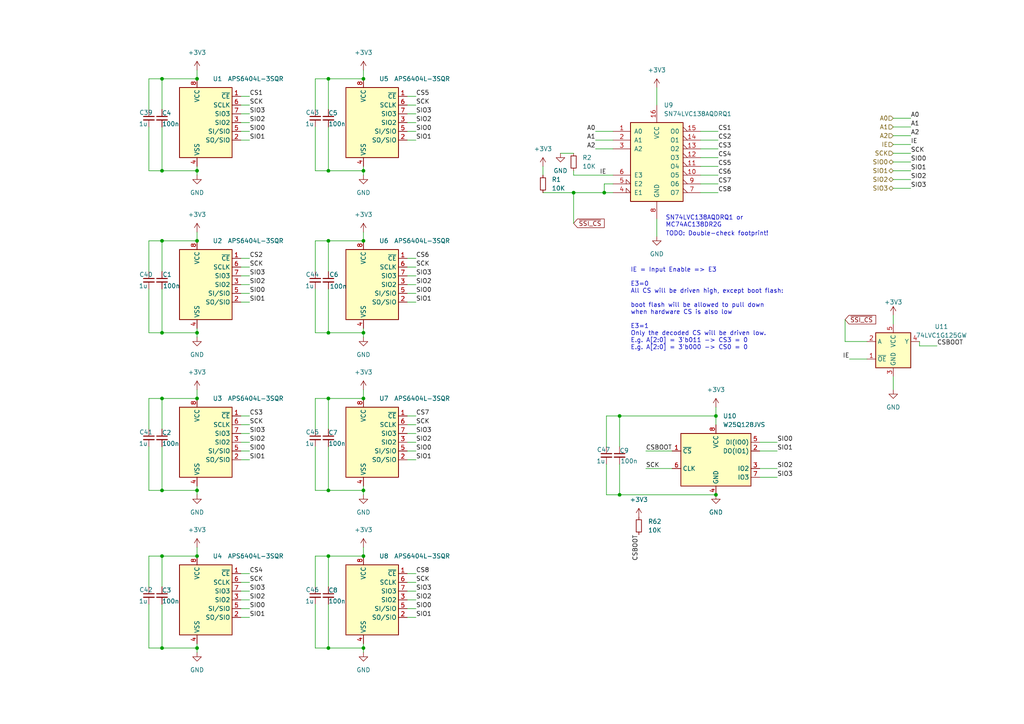
<source format=kicad_sch>
(kicad_sch (version 20211123) (generator eeschema)
  (paper "A4")
  (lib_symbols
    (symbol "74xGxx:NC7SZ125M5X"
      (property "Reference" "U" (at -5.08 6.35 0))
      (property "Value" "NC7SZ125M5X" (at 7.62 6.35 0))
      (symbol "NC7SZ125M5X_0_1"
        (rectangle (start -5.08 5.08) (end 5.08 -5.08) (stroke (width 0.254)) (fill (type background)))
      )
      (symbol "NC7SZ125M5X_1_1"
        (pin input line (at -7.62 -2.54 0) (length 2.54) (name "~{OE}") (number "1"))
        (pin input line (at -7.62 2.54 0) (length 2.54) (name "A") (number "2"))
        (pin power_in line (at 0 -7.62 90) (length 2.54) (name "GND") (number "3"))
        (pin output line (at 7.62 2.54 180) (length 2.54) (name "Y") (number "4"))
        (pin power_in line (at 0 7.62 270) (length 2.54) (name "VCC") (number "5"))
      )
    )
    (symbol "74xx:74LS138" (pin_names (offset 1.016))
      (property "Reference" "U" (at -7.62 11.43 0))
      (property "Value" "74LS138" (at -7.62 -13.97 0))
      (symbol "74LS138_1_0"
        (pin input line (at -12.7 7.62 0) (length 5.08) (name "A0") (number "1"))
        (pin output output_low (at 12.7 -5.08 180) (length 5.08) (name "O5") (number "10"))
        (pin output output_low (at 12.7 -2.54 180) (length 5.08) (name "O4") (number "11"))
        (pin output output_low (at 12.7 0 180) (length 5.08) (name "O3") (number "12"))
        (pin output output_low (at 12.7 2.54 180) (length 5.08) (name "O2") (number "13"))
        (pin output output_low (at 12.7 5.08 180) (length 5.08) (name "O1") (number "14"))
        (pin output output_low (at 12.7 7.62 180) (length 5.08) (name "O0") (number "15"))
        (pin power_in line (at 0 15.24 270) (length 5.08) (name "VCC") (number "16"))
        (pin input line (at -12.7 5.08 0) (length 5.08) (name "A1") (number "2"))
        (pin input line (at -12.7 2.54 0) (length 5.08) (name "A2") (number "3"))
        (pin input input_low (at -12.7 -10.16 0) (length 5.08) (name "E1") (number "4"))
        (pin input input_low (at -12.7 -7.62 0) (length 5.08) (name "E2") (number "5"))
        (pin input line (at -12.7 -5.08 0) (length 5.08) (name "E3") (number "6"))
        (pin output output_low (at 12.7 -10.16 180) (length 5.08) (name "O7") (number "7"))
        (pin power_in line (at 0 -17.78 90) (length 5.08) (name "GND") (number "8"))
        (pin output output_low (at 12.7 -7.62 180) (length 5.08) (name "O6") (number "9"))
      )
      (symbol "74LS138_1_1"
        (rectangle (start -7.62 10.16) (end 7.62 -12.7) (stroke (width 0.254)) (fill (type background)))
      )
    )
    (symbol "Device:C_Small" (pin_numbers hide) (pin_names (offset 0.254) hide)
      (property "Reference" "C" (at 0.254 1.778 0))
      (property "Value" "C_Small" (at 0.254 -2.032 0))
      (symbol "C_Small_0_1"
        (polyline (pts (xy -1.524 -0.508) (xy 1.524 -0.508)) (stroke (width 0.3302)))
        (polyline (pts (xy -1.524 0.508) (xy 1.524 0.508)) (stroke (width 0.3048)))
      )
      (symbol "C_Small_1_1"
        (pin passive line (at 0 2.54 270) (length 2.032) (name "~") (number "1"))
        (pin passive line (at 0 -2.54 90) (length 2.032) (name "~") (number "2"))
      )
    )
    (symbol "Device:R_Small" (pin_numbers hide) (pin_names (offset 0.254) hide)
      (property "Reference" "R" (at 0.762 0.508 0))
      (property "Value" "R_Small" (at 0.762 -1.016 0))
      (symbol "R_Small_0_1"
        (rectangle (start -0.762 1.778) (end 0.762 -1.778) (stroke (width 0.2032)))
      )
      (symbol "R_Small_1_1"
        (pin passive line (at 0 2.54 270) (length 0.762) (name "~") (number "1"))
        (pin passive line (at 0 -2.54 90) (length 0.762) (name "~") (number "2"))
      )
    )
    (symbol "Memory_Flash:W25Q128JVS"
      (property "Reference" "U" (at -8.89 8.89 0))
      (property "Value" "W25Q128JVS" (at 7.62 8.89 0))
      (symbol "W25Q128JVS_0_1"
        (rectangle (start -10.16 7.62) (end 10.16 -7.62) (stroke (width 0.254)) (fill (type background)))
      )
      (symbol "W25Q128JVS_1_1"
        (pin input line (at -12.7 2.54 0) (length 2.54) (name "~{CS}") (number "1"))
        (pin bidirectional line (at 12.7 2.54 180) (length 2.54) (name "DO(IO1)") (number "2"))
        (pin bidirectional line (at 12.7 -2.54 180) (length 2.54) (name "IO2") (number "3"))
        (pin power_in line (at 0 -10.16 90) (length 2.54) (name "GND") (number "4"))
        (pin bidirectional line (at 12.7 5.08 180) (length 2.54) (name "DI(IO0)") (number "5"))
        (pin input line (at -12.7 -2.54 0) (length 2.54) (name "CLK") (number "6"))
        (pin bidirectional line (at 12.7 -5.08 180) (length 2.54) (name "IO3") (number "7"))
        (pin power_in line (at 0 10.16 270) (length 2.54) (name "VCC") (number "8"))
      )
    )
    (symbol "Memory_RAM:ESP-PSRAM32"
      (property "Reference" "U" (at 3.81 11.43 0))
      (property "Value" "ESP-PSRAM32" (at -1.27 -11.43 0))
      (symbol "ESP-PSRAM32_0_1"
        (rectangle (start -7.62 10.16) (end 7.62 -10.16) (stroke (width 0.254)) (fill (type background)))
      )
      (symbol "ESP-PSRAM32_1_1"
        (pin input line (at 10.16 7.62 180) (length 2.54) (name "~{CE}") (number "1"))
        (pin output line (at 10.16 -5.08 180) (length 2.54) (name "SO/SIO") (number "2"))
        (pin bidirectional line (at 10.16 0 180) (length 2.54) (name "SIO2") (number "3"))
        (pin power_in line (at -2.54 -12.7 90) (length 2.54) (name "VSS") (number "4"))
        (pin input line (at 10.16 -2.54 180) (length 2.54) (name "SI/SIO") (number "5"))
        (pin output line (at 10.16 5.08 180) (length 2.54) (name "SCLK") (number "6"))
        (pin bidirectional line (at 10.16 2.54 180) (length 2.54) (name "SIO3") (number "7"))
        (pin power_in line (at -2.54 12.7 270) (length 2.54) (name "VCC") (number "8"))
      )
    )
    (symbol "power:+3V3" (power) (pin_names (offset 0))
      (property "Value" "+3V3" (at 0 3.556 0))
      (symbol "+3V3_0_1"
        (polyline (pts (xy -0.762 1.27) (xy 0 2.54)))
        (polyline (pts (xy 0 0) (xy 0 2.54)))
        (polyline (pts (xy 0 2.54) (xy 0.762 1.27)))
      )
      (symbol "+3V3_1_1"
        (pin power_in line (at 0 0 90) (length 0) hide (name "+3V3") (number "1"))
      )
    )
    (symbol "power:GND" (power) (pin_names (offset 0))
      (property "Value" "GND" (at 0 -3.81 0))
      (symbol "GND_0_1"
        (polyline (pts (xy 0 0) (xy 0 -1.27) (xy 1.27 -1.27) (xy 0 -2.54) (xy -1.27 -1.27) (xy 0 -1.27)))
      )
      (symbol "GND_1_1"
        (pin power_in line (at 0 0 270) (length 0) hide (name "GND") (number "1"))
      )
    )
  )
  (junction (at 57.15 161.29))
  (junction (at 95.25 142.24))
  (junction (at 57.15 115.57))
  (junction (at 105.41 22.86))
  (junction (at 179.705 120.65))
  (junction (at 46.99 187.96))
  (junction (at 57.15 142.24))
  (junction (at 46.99 142.24))
  (junction (at 57.15 22.86))
  (junction (at 46.99 49.53))
  (junction (at 95.25 49.53))
  (junction (at 95.25 187.96))
  (junction (at 175.26 55.88))
  (junction (at 46.99 69.85))
  (junction (at 46.99 161.29))
  (junction (at 57.15 187.96))
  (junction (at 105.41 142.24))
  (junction (at 95.25 115.57))
  (junction (at 57.15 96.52))
  (junction (at 105.41 161.29))
  (junction (at 105.41 96.52))
  (junction (at 95.25 22.86))
  (junction (at 57.15 49.53))
  (junction (at 105.41 187.96))
  (junction (at 105.41 115.57))
  (junction (at 179.705 143.51))
  (junction (at 95.25 69.85))
  (junction (at 46.99 115.57))
  (junction (at 207.645 143.51))
  (junction (at 95.25 96.52))
  (junction (at 46.99 22.86))
  (junction (at 105.41 69.85))
  (junction (at 105.41 49.53))
  (junction (at 95.25 161.29))
  (junction (at 46.99 96.52))
  (junction (at 166.37 55.88))
  (junction (at 207.645 120.65))
  (junction (at 57.15 69.85))
  (wire (pts (xy 105.41 96.52) (xy 105.41 97.79)))
  (wire (pts (xy 46.99 49.53) (xy 57.15 49.53)))
  (wire (pts (xy 118.11 171.45) (xy 120.65 171.45)))
  (wire (pts (xy 190.5 63.5) (xy 190.5 68.58)))
  (wire (pts (xy 259.08 91.44) (xy 259.08 93.98)))
  (wire (pts (xy 118.11 35.56) (xy 120.65 35.56)))
  (wire (pts (xy 118.11 166.37) (xy 120.65 166.37)))
  (wire (pts (xy 95.25 142.24) (xy 105.41 142.24)))
  (wire (pts (xy 46.99 129.54) (xy 46.99 142.24)))
  (wire (pts (xy 69.85 168.91) (xy 72.39 168.91)))
  (wire (pts (xy 69.85 123.19) (xy 72.39 123.19)))
  (wire (pts (xy 175.26 53.34) (xy 175.26 55.88)))
  (wire (pts (xy 203.2 40.64) (xy 208.28 40.64)))
  (wire (pts (xy 46.99 175.26) (xy 46.99 187.96)))
  (wire (pts (xy 187.325 135.89) (xy 194.945 135.89)))
  (wire (pts (xy 118.11 27.94) (xy 120.65 27.94)))
  (wire (pts (xy 220.345 135.89) (xy 225.425 135.89)))
  (wire (pts (xy 46.99 187.96) (xy 57.15 187.96)))
  (wire (pts (xy 95.25 96.52) (xy 91.44 96.52)))
  (wire (pts (xy 118.11 40.64) (xy 120.65 40.64)))
  (wire (pts (xy 69.85 87.63) (xy 72.39 87.63)))
  (wire (pts (xy 95.25 115.57) (xy 105.41 115.57)))
  (wire (pts (xy 57.15 67.31) (xy 57.15 69.85)))
  (wire (pts (xy 69.85 38.1) (xy 72.39 38.1)))
  (wire (pts (xy 118.11 38.1) (xy 120.65 38.1)))
  (wire (pts (xy 91.44 170.18) (xy 91.44 161.29)))
  (wire (pts (xy 266.7 99.06) (xy 266.7 100.33)))
  (wire (pts (xy 91.44 78.74) (xy 91.44 69.85)))
  (wire (pts (xy 91.44 96.52) (xy 91.44 83.82)))
  (wire (pts (xy 118.11 87.63) (xy 120.65 87.63)))
  (wire (pts (xy 69.85 173.99) (xy 72.39 173.99)))
  (wire (pts (xy 69.85 130.81) (xy 72.39 130.81)))
  (wire (pts (xy 259.08 41.91) (xy 264.16 41.91)))
  (wire (pts (xy 259.08 39.37) (xy 264.16 39.37)))
  (wire (pts (xy 95.25 161.29) (xy 105.41 161.29)))
  (wire (pts (xy 95.25 142.24) (xy 91.44 142.24)))
  (wire (pts (xy 46.99 161.29) (xy 57.15 161.29)))
  (wire (pts (xy 246.38 104.14) (xy 251.46 104.14)))
  (wire (pts (xy 220.345 128.27) (xy 225.425 128.27)))
  (wire (pts (xy 95.25 175.26) (xy 95.25 187.96)))
  (wire (pts (xy 259.08 46.99) (xy 264.16 46.99)))
  (wire (pts (xy 95.25 69.85) (xy 105.41 69.85)))
  (wire (pts (xy 118.11 130.81) (xy 120.65 130.81)))
  (wire (pts (xy 203.2 45.72) (xy 208.28 45.72)))
  (wire (pts (xy 43.18 22.86) (xy 46.99 22.86)))
  (wire (pts (xy 95.25 83.82) (xy 95.25 96.52)))
  (wire (pts (xy 95.25 49.53) (xy 91.44 49.53)))
  (wire (pts (xy 57.15 158.75) (xy 57.15 161.29)))
  (wire (pts (xy 166.37 55.88) (xy 175.26 55.88)))
  (wire (pts (xy 91.44 49.53) (xy 91.44 36.83)))
  (wire (pts (xy 207.645 120.65) (xy 179.705 120.65)))
  (wire (pts (xy 179.705 134.62) (xy 179.705 143.51)))
  (wire (pts (xy 175.26 55.88) (xy 177.8 55.88)))
  (wire (pts (xy 105.41 67.31) (xy 105.41 69.85)))
  (wire (pts (xy 245.11 99.06) (xy 251.46 99.06)))
  (wire (pts (xy 95.25 49.53) (xy 105.41 49.53)))
  (wire (pts (xy 95.25 96.52) (xy 105.41 96.52)))
  (wire (pts (xy 207.645 120.65) (xy 207.645 123.19)))
  (wire (pts (xy 259.08 34.29) (xy 264.16 34.29)))
  (wire (pts (xy 166.37 55.88) (xy 166.37 64.77)))
  (wire (pts (xy 118.11 120.65) (xy 120.65 120.65)))
  (wire (pts (xy 46.99 22.86) (xy 57.15 22.86)))
  (wire (pts (xy 46.99 115.57) (xy 57.15 115.57)))
  (wire (pts (xy 118.11 133.35) (xy 120.65 133.35)))
  (wire (pts (xy 118.11 128.27) (xy 120.65 128.27)))
  (wire (pts (xy 46.99 187.96) (xy 43.18 187.96)))
  (wire (pts (xy 95.25 170.18) (xy 95.25 161.29)))
  (wire (pts (xy 157.48 48.26) (xy 157.48 50.8)))
  (wire (pts (xy 69.85 133.35) (xy 72.39 133.35)))
  (wire (pts (xy 259.08 49.53) (xy 264.16 49.53)))
  (wire (pts (xy 172.72 43.18) (xy 177.8 43.18)))
  (wire (pts (xy 69.85 125.73) (xy 72.39 125.73)))
  (wire (pts (xy 105.41 158.75) (xy 105.41 161.29)))
  (wire (pts (xy 118.11 125.73) (xy 120.65 125.73)))
  (wire (pts (xy 175.26 53.34) (xy 177.8 53.34)))
  (wire (pts (xy 118.11 179.07) (xy 120.65 179.07)))
  (wire (pts (xy 91.44 69.85) (xy 95.25 69.85)))
  (wire (pts (xy 69.85 166.37) (xy 72.39 166.37)))
  (wire (pts (xy 105.41 49.53) (xy 105.41 50.8)))
  (wire (pts (xy 46.99 31.75) (xy 46.99 22.86)))
  (wire (pts (xy 69.85 128.27) (xy 72.39 128.27)))
  (wire (pts (xy 203.2 43.18) (xy 208.28 43.18)))
  (wire (pts (xy 105.41 187.96) (xy 105.41 189.23)))
  (wire (pts (xy 95.25 187.96) (xy 105.41 187.96)))
  (wire (pts (xy 95.25 187.96) (xy 91.44 187.96)))
  (wire (pts (xy 43.18 170.18) (xy 43.18 161.29)))
  (wire (pts (xy 157.48 55.88) (xy 166.37 55.88)))
  (wire (pts (xy 69.85 40.64) (xy 72.39 40.64)))
  (wire (pts (xy 69.85 85.09) (xy 72.39 85.09)))
  (wire (pts (xy 207.645 118.11) (xy 207.645 120.65)))
  (wire (pts (xy 162.56 44.45) (xy 166.37 44.45)))
  (wire (pts (xy 259.08 109.22) (xy 259.08 113.03)))
  (wire (pts (xy 118.11 82.55) (xy 120.65 82.55)))
  (wire (pts (xy 43.18 161.29) (xy 46.99 161.29)))
  (wire (pts (xy 46.99 124.46) (xy 46.99 115.57)))
  (wire (pts (xy 69.85 27.94) (xy 72.39 27.94)))
  (wire (pts (xy 259.08 52.07) (xy 264.16 52.07)))
  (wire (pts (xy 69.85 176.53) (xy 72.39 176.53)))
  (wire (pts (xy 118.11 85.09) (xy 120.65 85.09)))
  (wire (pts (xy 118.11 77.47) (xy 120.65 77.47)))
  (wire (pts (xy 57.15 186.69) (xy 57.15 187.96)))
  (wire (pts (xy 91.44 115.57) (xy 95.25 115.57)))
  (wire (pts (xy 105.41 186.69) (xy 105.41 187.96)))
  (wire (pts (xy 105.41 95.25) (xy 105.41 96.52)))
  (wire (pts (xy 105.41 140.97) (xy 105.41 142.24)))
  (wire (pts (xy 57.15 113.03) (xy 57.15 115.57)))
  (wire (pts (xy 46.99 49.53) (xy 43.18 49.53)))
  (wire (pts (xy 203.2 50.8) (xy 208.28 50.8)))
  (wire (pts (xy 105.41 20.32) (xy 105.41 22.86)))
  (wire (pts (xy 266.7 100.33) (xy 271.78 100.33)))
  (wire (pts (xy 91.44 142.24) (xy 91.44 129.54)))
  (wire (pts (xy 43.18 124.46) (xy 43.18 115.57)))
  (wire (pts (xy 118.11 176.53) (xy 120.65 176.53)))
  (wire (pts (xy 46.99 142.24) (xy 43.18 142.24)))
  (wire (pts (xy 95.25 124.46) (xy 95.25 115.57)))
  (wire (pts (xy 95.25 36.83) (xy 95.25 49.53)))
  (wire (pts (xy 57.15 48.26) (xy 57.15 49.53)))
  (wire (pts (xy 172.72 40.64) (xy 177.8 40.64)))
  (wire (pts (xy 43.18 115.57) (xy 46.99 115.57)))
  (wire (pts (xy 179.705 143.51) (xy 175.895 143.51)))
  (wire (pts (xy 118.11 123.19) (xy 120.65 123.19)))
  (wire (pts (xy 220.345 138.43) (xy 225.425 138.43)))
  (wire (pts (xy 69.85 30.48) (xy 72.39 30.48)))
  (wire (pts (xy 43.18 96.52) (xy 43.18 83.82)))
  (wire (pts (xy 46.99 78.74) (xy 46.99 69.85)))
  (wire (pts (xy 69.85 120.65) (xy 72.39 120.65)))
  (wire (pts (xy 46.99 36.83) (xy 46.99 49.53)))
  (wire (pts (xy 179.705 143.51) (xy 207.645 143.51)))
  (wire (pts (xy 57.15 187.96) (xy 57.15 189.23)))
  (wire (pts (xy 245.11 92.71) (xy 245.11 99.06)))
  (wire (pts (xy 105.41 142.24) (xy 105.41 143.51)))
  (wire (pts (xy 43.18 142.24) (xy 43.18 129.54)))
  (wire (pts (xy 203.2 53.34) (xy 208.28 53.34)))
  (wire (pts (xy 203.2 55.88) (xy 208.28 55.88)))
  (wire (pts (xy 91.44 22.86) (xy 95.25 22.86)))
  (wire (pts (xy 57.15 20.32) (xy 57.15 22.86)))
  (wire (pts (xy 118.11 33.02) (xy 120.65 33.02)))
  (wire (pts (xy 69.85 33.02) (xy 72.39 33.02)))
  (wire (pts (xy 46.99 142.24) (xy 57.15 142.24)))
  (wire (pts (xy 118.11 80.01) (xy 120.65 80.01)))
  (wire (pts (xy 259.08 36.83) (xy 264.16 36.83)))
  (wire (pts (xy 43.18 31.75) (xy 43.18 22.86)))
  (wire (pts (xy 57.15 49.53) (xy 57.15 50.8)))
  (wire (pts (xy 118.11 74.93) (xy 120.65 74.93)))
  (wire (pts (xy 46.99 96.52) (xy 43.18 96.52)))
  (wire (pts (xy 57.15 96.52) (xy 57.15 97.79)))
  (wire (pts (xy 46.99 69.85) (xy 57.15 69.85)))
  (wire (pts (xy 69.85 171.45) (xy 72.39 171.45)))
  (wire (pts (xy 57.15 140.97) (xy 57.15 142.24)))
  (wire (pts (xy 69.85 35.56) (xy 72.39 35.56)))
  (wire (pts (xy 95.25 22.86) (xy 105.41 22.86)))
  (wire (pts (xy 91.44 187.96) (xy 91.44 175.26)))
  (wire (pts (xy 57.15 142.24) (xy 57.15 143.51)))
  (wire (pts (xy 69.85 74.93) (xy 72.39 74.93)))
  (wire (pts (xy 43.18 49.53) (xy 43.18 36.83)))
  (wire (pts (xy 95.25 129.54) (xy 95.25 142.24)))
  (wire (pts (xy 95.25 31.75) (xy 95.25 22.86)))
  (wire (pts (xy 69.85 82.55) (xy 72.39 82.55)))
  (wire (pts (xy 91.44 161.29) (xy 95.25 161.29)))
  (wire (pts (xy 166.37 49.53) (xy 166.37 50.8)))
  (wire (pts (xy 91.44 31.75) (xy 91.44 22.86)))
  (wire (pts (xy 46.99 83.82) (xy 46.99 96.52)))
  (wire (pts (xy 69.85 77.47) (xy 72.39 77.47)))
  (wire (pts (xy 46.99 170.18) (xy 46.99 161.29)))
  (wire (pts (xy 91.44 124.46) (xy 91.44 115.57)))
  (wire (pts (xy 259.08 44.45) (xy 264.16 44.45)))
  (wire (pts (xy 166.37 50.8) (xy 177.8 50.8)))
  (wire (pts (xy 43.18 78.74) (xy 43.18 69.85)))
  (wire (pts (xy 69.85 179.07) (xy 72.39 179.07)))
  (wire (pts (xy 175.895 143.51) (xy 175.895 134.62)))
  (wire (pts (xy 118.11 30.48) (xy 120.65 30.48)))
  (wire (pts (xy 203.2 48.26) (xy 208.28 48.26)))
  (wire (pts (xy 69.85 80.01) (xy 72.39 80.01)))
  (wire (pts (xy 187.325 130.81) (xy 194.945 130.81)))
  (wire (pts (xy 175.895 120.65) (xy 179.705 120.65)))
  (wire (pts (xy 43.18 187.96) (xy 43.18 175.26)))
  (wire (pts (xy 259.08 54.61) (xy 264.16 54.61)))
  (wire (pts (xy 190.5 25.4) (xy 190.5 30.48)))
  (wire (pts (xy 220.345 130.81) (xy 225.425 130.81)))
  (wire (pts (xy 43.18 69.85) (xy 46.99 69.85)))
  (wire (pts (xy 118.11 168.91) (xy 120.65 168.91)))
  (wire (pts (xy 46.99 96.52) (xy 57.15 96.52)))
  (wire (pts (xy 105.41 113.03) (xy 105.41 115.57)))
  (wire (pts (xy 57.15 95.25) (xy 57.15 96.52)))
  (wire (pts (xy 118.11 173.99) (xy 120.65 173.99)))
  (wire (pts (xy 172.72 38.1) (xy 177.8 38.1)))
  (wire (pts (xy 179.705 120.65) (xy 179.705 129.54)))
  (wire (pts (xy 203.2 38.1) (xy 208.28 38.1)))
  (wire (pts (xy 95.25 78.74) (xy 95.25 69.85)))
  (wire (pts (xy 175.895 129.54) (xy 175.895 120.65)))
  (wire (pts (xy 105.41 48.26) (xy 105.41 49.53)))
  (text "TODO: Double-check footprint!" (at 193.04 68.58 0) (effects (font (size 1.27 1.27)) (justify left bottom)))
  (text "IE = Input Enable => E3\n\nE3=0\nAll CS will be driven high, except boot flash:\n\nboot flash will be allowed to pull down\nwhen hardware CS is also low\n\nE3=1\nOnly the decoded CS will be driven low.\nE.g. A[2:0] = 3'b011 -> CS3 = 0\nE.g. A[2:0] = 3'b000 -> CS0 = 0\n" (at 182.88 101.6 0) (effects (font (size 1.27 1.27)) (justify left bottom)))
  (text "SN74LVC138AQDRQ1 or\nMC74AC138DR2G" (at 193.04 66.04 0) (effects (font (size 1.27 1.27)) (justify left bottom)))
  (label "SIO2" (at 264.16 52.07 0))
  (label "IE" (at 246.38 104.14 180))
  (label "SIO3" (at 72.39 125.73 0))
  (label "CS1" (at 72.39 27.94 0))
  (label "SIO0" (at 120.65 38.1 0))
  (label "IE" (at 175.895 50.8 180))
  (label "SIO2" (at 120.65 128.27 0))
  (label "SIO2" (at 72.39 173.99 0))
  (label "CS7" (at 120.65 120.65 0))
  (label "A2" (at 172.72 43.18 180))
  (label "IE" (at 264.16 41.91 0))
  (label "SIO3" (at 120.65 171.45 0))
  (label "CSBOOT" (at 271.78 100.33 0))
  (label "CS1" (at 208.28 38.1 0))
  (label "SIO2" (at 72.39 82.55 0))
  (label "SIO0" (at 120.65 176.53 0))
  (label "SIO1" (at 120.65 179.07 0))
  (label "SCK" (at 72.39 30.48 0))
  (label "SIO1" (at 120.65 133.35 0))
  (label "A1" (at 172.72 40.64 180))
  (label "SIO0" (at 72.39 176.53 0))
  (label "CS6" (at 208.28 50.8 0))
  (label "SIO3" (at 72.39 80.01 0))
  (label "CS4" (at 72.39 166.37 0))
  (label "SIO3" (at 120.65 33.02 0))
  (label "SIO0" (at 72.39 130.81 0))
  (label "SIO1" (at 225.425 130.81 0))
  (label "SIO3" (at 120.65 80.01 0))
  (label "SIO3" (at 120.65 125.73 0))
  (label "SIO3" (at 264.16 54.61 0))
  (label "SIO2" (at 120.65 173.99 0))
  (label "SIO2" (at 120.65 82.55 0))
  (label "SCK" (at 72.39 168.91 0))
  (label "CS2" (at 208.28 40.64 0))
  (label "SIO0" (at 72.39 38.1 0))
  (label "SCK" (at 264.16 44.45 0))
  (label "CSBOOT" (at 187.325 130.81 0))
  (label "CS8" (at 208.28 55.88 0))
  (label "SIO2" (at 225.425 135.89 0))
  (label "CS5" (at 208.28 48.26 0))
  (label "SIO0" (at 72.39 85.09 0))
  (label "SIO0" (at 120.65 130.81 0))
  (label "A2" (at 264.16 39.37 0))
  (label "SIO1" (at 72.39 133.35 0))
  (label "SIO1" (at 72.39 87.63 0))
  (label "SIO1" (at 120.65 40.64 0))
  (label "SCK" (at 120.65 168.91 0))
  (label "CS4" (at 208.28 45.72 0))
  (label "SCK" (at 187.325 135.89 0))
  (label "CS3" (at 208.28 43.18 0))
  (label "SCK" (at 120.65 30.48 0))
  (label "A1" (at 264.16 36.83 0))
  (label "CSBOOT" (at 185.293 155.067 270))
  (label "A0" (at 172.72 38.1 180))
  (label "SIO2" (at 120.65 35.56 0))
  (label "SIO1" (at 72.39 179.07 0))
  (label "SIO0" (at 120.65 85.09 0))
  (label "CS7" (at 208.28 53.34 0))
  (label "SIO2" (at 72.39 128.27 0))
  (label "SIO0" (at 264.16 46.99 0))
  (label "SIO0" (at 225.425 128.27 0))
  (label "SCK" (at 120.65 123.19 0))
  (label "CS2" (at 72.39 74.93 0))
  (label "CS8" (at 120.65 166.37 0))
  (label "CS5" (at 120.65 27.94 0))
  (label "SIO2" (at 72.39 35.56 0))
  (label "SIO1" (at 72.39 40.64 0))
  (label "A0" (at 264.16 34.29 0))
  (label "CS6" (at 120.65 74.93 0))
  (label "SCK" (at 72.39 77.47 0))
  (label "CS3" (at 72.39 120.65 0))
  (label "SIO3" (at 72.39 171.45 0))
  (label "SIO1" (at 120.65 87.63 0))
  (label "SIO3" (at 225.425 138.43 0))
  (label "SCK" (at 120.65 77.47 0))
  (label "SCK" (at 72.39 123.19 0))
  (label "SIO3" (at 72.39 33.02 0))
  (label "SIO1" (at 264.16 49.53 0))
  (global_label "~{SSI_CS}" (shape input) (at 166.37 64.77 0) (property "Intersheet References" "${INTERSHEET_REFS}" (effects hide)))
  (global_label "~{SSI_CS}" (shape input) (at 245.11 92.71 0) (property "Intersheet References" "${INTERSHEET_REFS}" (effects hide)))
  (hierarchical_label "IE" (shape input) (at 259.08 41.91 180))
  (hierarchical_label "A2" (shape input) (at 259.08 39.37 180))
  (hierarchical_label "SIO3" (shape bidirectional) (at 259.08 54.61 180))
  (hierarchical_label "A0" (shape input) (at 259.08 34.29 180))
  (hierarchical_label "SIO2" (shape bidirectional) (at 259.08 52.07 180))
  (hierarchical_label "SIO0" (shape bidirectional) (at 259.08 46.99 180))
  (hierarchical_label "SIO1" (shape bidirectional) (at 259.08 49.53 180))
  (hierarchical_label "A1" (shape input) (at 259.08 36.83 180))
  (hierarchical_label "SCK" (shape input) (at 259.08 44.45 180))
  (symbol (lib_id "power:+3V3") (at 190.5 25.4 0) (unit 1)
    (property "Reference" "#PWR019" (effects hide))
    (property "Value" "+3V3" (at 190.5 20.32 0))
  )
  (symbol (lib_id "power:+3V3") (at 207.645 118.11 0) (unit 1)
    (property "Reference" "#PWR021" (effects hide))
    (property "Value" "+3V3" (at 207.645 113.03 0))
  )
  (symbol (lib_id "power:+3V3") (at 185.293 149.987 0) (unit 1)
    (property "Reference" "#PWR0106" (effects hide))
    (property "Value" "+3V3" (at 185.293 144.907 0))
  )
  (symbol (lib_id "power:GND") (at 57.15 143.51 0) (unit 1)
    (property "Reference" "#PWR04" (effects hide))
    (property "Value" "GND" (at 57.15 148.59 0))
  )
  (symbol (lib_id "Device:C_Small") (at 179.705 132.08 0) (unit 1)
    (property "Reference" "C9" (at 179.705 130.683 0) (effects (justify left)))
    (property "Value" "100n" (at 179.959 133.731 0) (effects (justify left)))
    (property "Footprint" "Capacitor_SMD:C_0402_1005Metric" (effects hide))
    (property "LCSC" "C1525" (effects hide))
  )
  (symbol (lib_id "Device:C_Small") (at 91.44 172.72 0) (unit 1)
    (property "Reference" "C46" (at 88.646 171.069 0) (effects (justify left)))
    (property "Value" "1u" (at 88.519 174.371 0) (effects (justify left)))
    (property "Footprint" "Capacitor_SMD:C_0402_1005Metric" (effects hide))
    (property "LCSC" "C14445" (effects hide))
  )
  (symbol (lib_id "power:+3V3") (at 57.15 67.31 0) (unit 1)
    (property "Reference" "#PWR01" (effects hide))
    (property "Value" "+3V3" (at 57.15 62.23 0))
  )
  (symbol (lib_id "74xx:74LS138") (at 190.5 45.72 0) (unit 1)
    (property "Reference" "U9" (at 192.5194 30.48 0) (effects (justify left)))
    (property "Value" "SN74LVC138AQDRQ1" (at 192.5194 33.02 0) (effects (justify left)))
    (property "Footprint" "Package_SO:SOP-16_4.4x10.4mm_P1.27mm" (effects hide))
    (property "Datasheet" "https://www.ti.com/lit/ds/symlink/sn74lvc138a-q1.pdf?ts=1658089127975" (effects hide))
    (property "LCSC" "C7816" (effects hide))
  )
  (symbol (lib_id "power:GND") (at 57.15 50.8 0) (unit 1)
    (property "Reference" "#PWR08" (effects hide))
    (property "Value" "GND" (at 57.15 55.88 0))
  )
  (symbol (lib_id "Device:C_Small") (at 95.25 81.28 0) (unit 1)
    (property "Reference" "C6" (at 95.504 79.629 0) (effects (justify left)))
    (property "Value" "100n" (at 95.631 83.058 0) (effects (justify left)))
    (property "Footprint" "Capacitor_SMD:C_0402_1005Metric" (effects hide))
    (property "LCSC" "C1525" (effects hide))
  )
  (symbol (lib_id "Memory_RAM:ESP-PSRAM32") (at 59.69 173.99 0) (unit 1)
    (property "Reference" "U4" (at 61.7094 161.29 0) (effects (justify left)))
    (property "Value" "APS6404L-3SQR" (at 66.04 161.29 0) (effects (justify left)))
    (property "Footprint" "Package_SO:SOP-8_3.76x4.96mm_P1.27mm" (effects hide))
    (property "Datasheet" "https://www.apmemory.com/wp-content/uploads/APS6404L-3SQR.pdf" (effects hide))
    (property "LCSC" "Mouser: APS6404L-3SQR-SN" (effects hide))
  )
  (symbol (lib_id "Memory_Flash:W25Q128JVS") (at 207.645 133.35 0) (unit 1)
    (property "Reference" "U10" (at 209.6644 120.65 0) (effects (justify left)))
    (property "Value" "W25Q128JVS" (at 209.6644 123.19 0) (effects (justify left)))
    (property "Footprint" "Package_SO:SOIC-8_5.23x5.23mm_P1.27mm" (effects hide))
    (property "Datasheet" "http://www.winbond.com/resource-files/w25q128jv_dtr%20revc%2003272018%20plus.pdf" (effects hide))
    (property "LCSC" "C97521" (effects hide))
  )
  (symbol (lib_id "Memory_RAM:ESP-PSRAM32") (at 59.69 82.55 0) (unit 1)
    (property "Reference" "U2" (at 61.7094 69.85 0) (effects (justify left)))
    (property "Value" "APS6404L-3SQR" (at 66.04 69.85 0) (effects (justify left)))
    (property "Footprint" "Package_SO:SOP-8_3.76x4.96mm_P1.27mm" (effects hide))
    (property "Datasheet" "https://www.apmemory.com/wp-content/uploads/APS6404L-3SQR.pdf" (effects hide))
    (property "LCSC" "Mouser: APS6404L-3SQR-SN" (effects hide))
  )
  (symbol (lib_id "74xGxx:NC7SZ125M5X") (at 259.08 101.6 0) (unit 1)
    (property "Reference" "U11" (at 273.05 94.7293 0))
    (property "Value" "74LVC1G125GW" (at 273.05 97.2693 0))
    (property "Footprint" "Package_TO_SOT_SMD:SOT-353_SC-70-5" (effects hide))
    (property "Datasheet" "https://rocelec.widen.net/view/pdf/f94ktskcyf/PHGLS28878-1.pdf" (effects hide))
    (property "LCSC" "C12519" (effects hide))
  )
  (symbol (lib_id "power:+3V3") (at 105.41 113.03 0) (unit 1)
    (property "Reference" "#PWR013" (effects hide))
    (property "Value" "+3V3" (at 105.41 107.95 0))
  )
  (symbol (lib_id "power:+3V3") (at 105.41 67.31 0) (unit 1)
    (property "Reference" "#PWR011" (effects hide))
    (property "Value" "+3V3" (at 105.41 62.23 0))
  )
  (symbol (lib_id "Device:C_Small") (at 46.99 172.72 0) (unit 1)
    (property "Reference" "C3" (at 46.99 171.196 0) (effects (justify left)))
    (property "Value" "100n" (at 46.99 174.371 0) (effects (justify left)))
    (property "Footprint" "Capacitor_SMD:C_0402_1005Metric" (effects hide))
    (property "LCSC" "C1525" (effects hide))
  )
  (symbol (lib_id "power:GND") (at 162.56 44.45 0) (unit 1)
    (property "Reference" "#PWR018" (effects hide))
    (property "Value" "GND" (at 162.56 49.53 0))
  )
  (symbol (lib_id "Device:C_Small") (at 43.18 34.29 0) (unit 1)
    (property "Reference" "C39" (at 40.386 32.639 0) (effects (justify left)))
    (property "Value" "1u" (at 40.259 35.941 0) (effects (justify left)))
    (property "Footprint" "Capacitor_SMD:C_0402_1005Metric" (effects hide))
    (property "LCSC" "C14445" (effects hide))
  )
  (symbol (lib_id "power:+3V3") (at 105.41 158.75 0) (unit 1)
    (property "Reference" "#PWR015" (effects hide))
    (property "Value" "+3V3" (at 105.41 153.67 0))
  )
  (symbol (lib_id "Device:R_Small") (at 157.48 53.34 0) (unit 1)
    (property "Reference" "R1" (at 160.02 52.0699 0) (effects (justify left)))
    (property "Value" "10K" (at 160.02 54.6099 0) (effects (justify left)))
    (property "Footprint" "Resistor_SMD:R_0402_1005Metric" (effects hide))
    (property "LCSC" "C406733" (effects hide))
  )
  (symbol (lib_id "Memory_RAM:ESP-PSRAM32") (at 107.95 173.99 0) (unit 1)
    (property "Reference" "U8" (at 109.9694 161.29 0) (effects (justify left)))
    (property "Value" "APS6404L-3SQR" (at 114.3 161.29 0) (effects (justify left)))
    (property "Footprint" "Package_SO:SOP-8_3.76x4.96mm_P1.27mm" (effects hide))
    (property "Datasheet" "https://www.apmemory.com/wp-content/uploads/APS6404L-3SQR.pdf" (effects hide))
    (property "LCSC" "Mouser: APS6404L-3SQR-SN" (effects hide))
  )
  (symbol (lib_id "Device:R_Small") (at 185.293 152.527 180) (unit 1)
    (property "Reference" "R62" (at 187.96 151.2569 0) (effects (justify right)))
    (property "Value" "10K" (at 187.96 153.7969 0) (effects (justify right)))
    (property "Footprint" "Resistor_SMD:R_0402_1005Metric" (effects hide))
    (property "LCSC" "C406733" (effects hide))
  )
  (symbol (lib_id "Device:C_Small") (at 95.25 172.72 0) (unit 1)
    (property "Reference" "C8" (at 95.25 171.196 0) (effects (justify left)))
    (property "Value" "100n" (at 95.25 174.371 0) (effects (justify left)))
    (property "Footprint" "Capacitor_SMD:C_0402_1005Metric" (effects hide))
    (property "LCSC" "C1525" (effects hide))
  )
  (symbol (lib_id "Memory_RAM:ESP-PSRAM32") (at 107.95 128.27 0) (unit 1)
    (property "Reference" "U7" (at 109.9694 115.57 0) (effects (justify left)))
    (property "Value" "APS6404L-3SQR" (at 114.3 115.57 0) (effects (justify left)))
    (property "Footprint" "Package_SO:SOP-8_3.76x4.96mm_P1.27mm" (effects hide))
    (property "Datasheet" "https://www.apmemory.com/wp-content/uploads/APS6404L-3SQR.pdf" (effects hide))
    (property "LCSC" "Mouser: APS6404L-3SQR-SN" (effects hide))
  )
  (symbol (lib_id "Memory_RAM:ESP-PSRAM32") (at 59.69 35.56 0) (unit 1)
    (property "Reference" "U1" (at 61.7094 22.86 0) (effects (justify left)))
    (property "Value" "APS6404L-3SQR" (at 66.04 22.86 0) (effects (justify left)))
    (property "Footprint" "Package_SO:SOP-8_3.76x4.96mm_P1.27mm" (effects hide))
    (property "Datasheet" "https://www.apmemory.com/wp-content/uploads/APS6404L-3SQR.pdf" (effects hide))
    (property "LCSC" "Mouser: APS6404L-3SQR-SN" (effects hide))
  )
  (symbol (lib_id "power:GND") (at 259.08 113.03 0) (unit 1)
    (property "Reference" "#PWR024" (effects hide))
    (property "Value" "GND" (at 259.08 118.11 0))
  )
  (symbol (lib_id "power:GND") (at 105.41 143.51 0) (unit 1)
    (property "Reference" "#PWR014" (effects hide))
    (property "Value" "GND" (at 105.41 148.59 0))
  )
  (symbol (lib_id "power:GND") (at 105.41 97.79 0) (unit 1)
    (property "Reference" "#PWR012" (effects hide))
    (property "Value" "GND" (at 105.41 102.87 0))
  )
  (symbol (lib_id "Device:R_Small") (at 166.37 46.99 0) (unit 1)
    (property "Reference" "R2" (at 168.91 45.7199 0) (effects (justify left)))
    (property "Value" "10K" (at 168.91 48.2599 0) (effects (justify left)))
    (property "Footprint" "Resistor_SMD:R_0402_1005Metric" (effects hide))
    (property "LCSC" "C406733" (effects hide))
  )
  (symbol (lib_id "Device:C_Small") (at 46.99 34.29 0) (unit 1)
    (property "Reference" "C4" (at 46.99 32.766 0) (effects (justify left)))
    (property "Value" "100n" (at 46.99 35.941 0) (effects (justify left)))
    (property "Footprint" "Capacitor_SMD:C_0402_1005Metric" (effects hide))
    (property "LCSC" "C1525" (effects hide))
  )
  (symbol (lib_id "Device:C_Small") (at 43.18 172.72 0) (unit 1)
    (property "Reference" "C42" (at 40.386 171.069 0) (effects (justify left)))
    (property "Value" "1u" (at 40.259 174.371 0) (effects (justify left)))
    (property "Footprint" "Capacitor_SMD:C_0402_1005Metric" (effects hide))
    (property "LCSC" "C14445" (effects hide))
  )
  (symbol (lib_id "Device:C_Small") (at 91.44 81.28 0) (unit 1)
    (property "Reference" "C44" (at 88.646 79.629 0) (effects (justify left)))
    (property "Value" "1u" (at 88.519 82.931 0) (effects (justify left)))
    (property "Footprint" "Capacitor_SMD:C_0402_1005Metric" (effects hide))
    (property "LCSC" "C14445" (effects hide))
  )
  (symbol (lib_id "Device:C_Small") (at 91.44 127 0) (unit 1)
    (property "Reference" "C45" (at 88.646 125.349 0) (effects (justify left)))
    (property "Value" "1u" (at 88.519 128.651 0) (effects (justify left)))
    (property "Footprint" "Capacitor_SMD:C_0402_1005Metric" (effects hide))
    (property "LCSC" "C14445" (effects hide))
  )
  (symbol (lib_id "power:+3V3") (at 105.41 20.32 0) (unit 1)
    (property "Reference" "#PWR09" (effects hide))
    (property "Value" "+3V3" (at 105.41 15.24 0))
  )
  (symbol (lib_id "power:+3V3") (at 57.15 158.75 0) (unit 1)
    (property "Reference" "#PWR05" (effects hide))
    (property "Value" "+3V3" (at 57.15 153.67 0))
  )
  (symbol (lib_id "Memory_RAM:ESP-PSRAM32") (at 107.95 82.55 0) (unit 1)
    (property "Reference" "U6" (at 109.9694 69.85 0) (effects (justify left)))
    (property "Value" "APS6404L-3SQR" (at 114.3 69.85 0) (effects (justify left)))
    (property "Footprint" "Package_SO:SOP-8_3.76x4.96mm_P1.27mm" (effects hide))
    (property "Datasheet" "https://www.apmemory.com/wp-content/uploads/APS6404L-3SQR.pdf" (effects hide))
    (property "LCSC" "Mouser: APS6404L-3SQR-SN" (effects hide))
  )
  (symbol (lib_id "power:+3V3") (at 57.15 20.32 0) (unit 1)
    (property "Reference" "#PWR07" (effects hide))
    (property "Value" "+3V3" (at 57.15 15.24 0))
  )
  (symbol (lib_id "Device:C_Small") (at 46.99 81.28 0) (unit 1)
    (property "Reference" "C1" (at 47.117 79.629 0) (effects (justify left)))
    (property "Value" "100n" (at 47.244 82.931 0) (effects (justify left)))
    (property "Footprint" "Capacitor_SMD:C_0402_1005Metric" (effects hide))
    (property "LCSC" "C1525" (effects hide))
  )
  (symbol (lib_id "Memory_RAM:ESP-PSRAM32") (at 59.69 128.27 0) (unit 1)
    (property "Reference" "U3" (at 61.7094 115.57 0) (effects (justify left)))
    (property "Value" "APS6404L-3SQR" (at 66.04 115.57 0) (effects (justify left)))
    (property "Footprint" "Package_SO:SOP-8_3.76x4.96mm_P1.27mm" (effects hide))
    (property "Datasheet" "https://www.apmemory.com/wp-content/uploads/APS6404L-3SQR.pdf" (effects hide))
    (property "LCSC" "Mouser: APS6404L-3SQR-SN" (effects hide))
  )
  (symbol (lib_id "Device:C_Small") (at 91.44 34.29 0) (unit 1)
    (property "Reference" "C43" (at 88.646 32.639 0) (effects (justify left)))
    (property "Value" "1u" (at 88.519 35.941 0) (effects (justify left)))
    (property "Footprint" "Capacitor_SMD:C_0402_1005Metric" (effects hide))
    (property "LCSC" "C14445" (effects hide))
  )
  (symbol (lib_id "Memory_RAM:ESP-PSRAM32") (at 107.95 35.56 0) (unit 1)
    (property "Reference" "U5" (at 109.9694 22.86 0) (effects (justify left)))
    (property "Value" "APS6404L-3SQR" (at 114.3 22.86 0) (effects (justify left)))
    (property "Footprint" "Package_SO:SOP-8_3.76x4.96mm_P1.27mm" (effects hide))
    (property "Datasheet" "https://www.apmemory.com/wp-content/uploads/APS6404L-3SQR.pdf" (effects hide))
    (property "LCSC" "Mouser: APS6404L-3SQR-SN" (effects hide))
  )
  (symbol (lib_id "power:GND") (at 57.15 97.79 0) (unit 1)
    (property "Reference" "#PWR02" (effects hide))
    (property "Value" "GND" (at 57.15 102.87 0))
  )
  (symbol (lib_id "Device:C_Small") (at 95.25 34.29 0) (unit 1)
    (property "Reference" "C5" (at 95.25 32.766 0) (effects (justify left)))
    (property "Value" "100n" (at 95.25 35.941 0) (effects (justify left)))
    (property "Footprint" "Capacitor_SMD:C_0402_1005Metric" (effects hide))
    (property "LCSC" "C1525" (effects hide))
  )
  (symbol (lib_id "power:+3V3") (at 259.08 91.44 0) (unit 1)
    (property "Reference" "#PWR023" (effects hide))
    (property "Value" "+3V3" (at 259.08 87.63 0))
  )
  (symbol (lib_id "Device:C_Small") (at 95.25 127 0) (unit 1)
    (property "Reference" "C7" (at 95.25 125.476 0) (effects (justify left)))
    (property "Value" "100n" (at 95.25 128.651 0) (effects (justify left)))
    (property "Footprint" "Capacitor_SMD:C_0402_1005Metric" (effects hide))
    (property "LCSC" "C1525" (effects hide))
  )
  (symbol (lib_id "power:GND") (at 105.41 189.23 0) (unit 1)
    (property "Reference" "#PWR016" (effects hide))
    (property "Value" "GND" (at 105.41 194.31 0))
  )
  (symbol (lib_id "Device:C_Small") (at 43.18 81.28 0) (unit 1)
    (property "Reference" "C40" (at 40.386 79.629 0) (effects (justify left)))
    (property "Value" "1u" (at 40.259 82.931 0) (effects (justify left)))
    (property "Footprint" "Capacitor_SMD:C_0402_1005Metric" (effects hide))
    (property "LCSC" "C14445" (effects hide))
  )
  (symbol (lib_id "power:GND") (at 105.41 50.8 0) (unit 1)
    (property "Reference" "#PWR010" (effects hide))
    (property "Value" "GND" (at 105.41 55.88 0))
  )
  (symbol (lib_id "power:+3V3") (at 57.15 113.03 0) (unit 1)
    (property "Reference" "#PWR03" (effects hide))
    (property "Value" "+3V3" (at 57.15 107.95 0))
  )
  (symbol (lib_id "Device:C_Small") (at 43.18 127 0) (unit 1)
    (property "Reference" "C41" (at 40.386 125.349 0) (effects (justify left)))
    (property "Value" "1u" (at 40.259 128.651 0) (effects (justify left)))
    (property "Footprint" "Capacitor_SMD:C_0402_1005Metric" (effects hide))
    (property "LCSC" "C14445" (effects hide))
  )
  (symbol (lib_id "power:GND") (at 190.5 68.58 0) (unit 1)
    (property "Reference" "#PWR020" (effects hide))
    (property "Value" "GND" (at 190.5 73.66 0))
  )
  (symbol (lib_id "Device:C_Small") (at 175.895 132.08 0) (unit 1)
    (property "Reference" "C47" (at 173.101 130.429 0) (effects (justify left)))
    (property "Value" "1u" (at 172.974 133.731 0) (effects (justify left)))
    (property "Footprint" "Capacitor_SMD:C_0402_1005Metric" (effects hide))
    (property "LCSC" "C14445" (effects hide))
  )
  (symbol (lib_id "power:GND") (at 57.15 189.23 0) (unit 1)
    (property "Reference" "#PWR06" (effects hide))
    (property "Value" "GND" (at 57.15 194.31 0))
  )
  (symbol (lib_id "power:+3V3") (at 157.48 48.26 0) (unit 1)
    (property "Reference" "#PWR017" (effects hide))
    (property "Value" "+3V3" (at 157.48 43.18 0))
  )
  (symbol (lib_id "power:GND") (at 207.645 143.51 0) (unit 1)
    (property "Reference" "#PWR022" (effects hide))
    (property "Value" "GND" (at 207.645 148.59 0))
  )
  (symbol (lib_id "Device:C_Small") (at 46.99 127 0) (unit 1)
    (property "Reference" "C2" (at 46.99 125.476 0) (effects (justify left)))
    (property "Value" "100n" (at 46.99 128.651 0) (effects (justify left)))
    (property "Footprint" "Capacitor_SMD:C_0402_1005Metric" (effects hide))
    (property "LCSC" "C1525" (effects hide))
  )
)
</source>
